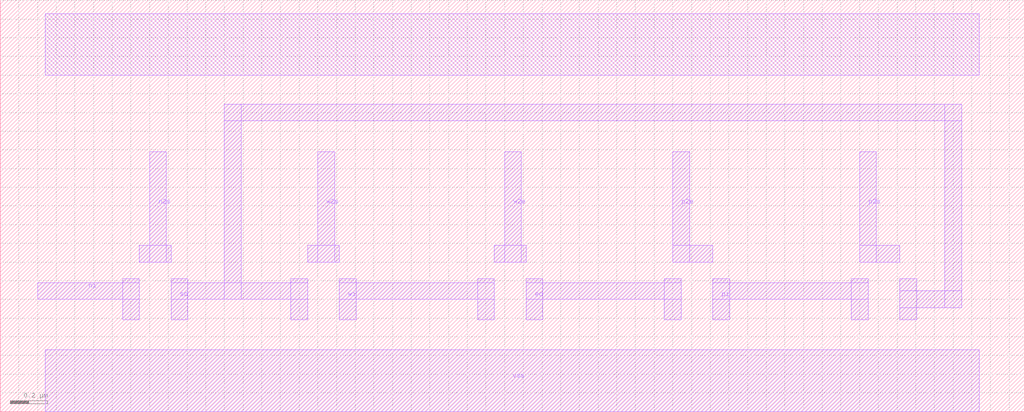
<source format=lef>
VERSION 5.7 ;
BUSBITCHARS "[]" ;
DIVIDERCHAR "/" ;

PROPERTYDEFINITIONS
  MACRO CatenaDesignType STRING ;
  MACRO oaTaper STRING ;
END PROPERTYDEFINITIONS

MACRO torus_xbar_1b
  CLASS CORE ;
  ORIGIN -0.5 -0.4 ;
  FOREIGN torus_xbar_1b 0.5 0.4 ;
  SIZE 5.48 BY 2.205 ;
  SYMMETRY X Y ;
  SITE core ;
  PIN wi
    DIRECTION INPUT ;
    USE SIGNAL ;
    PORT
      LAYER M1 ;
        RECT 3.055 0.89 3.145 1.11 ;
        RECT 2.315 1 3.145 1.09 ;
        RECT 2.315 0.89 2.405 1.11 ;
    END
  END wi
  PIN vss
    DIRECTION INPUT ;
    USE GROUND ;
    PORT
      LAYER M1 ;
        RECT 0.74 0.4 5.74 0.73 ;
    END
  END vss
  PIN w2e
    DIRECTION INPUT ;
    USE SIGNAL ;
    PORT
      LAYER M1 ;
        RECT 3.145 1.2 3.315 1.29 ;
        RECT 3.2 1.2 3.29 1.79 ;
    END
  END w2e
  PIN eo
    DIRECTION OUTPUT ;
    USE SIGNAL ;
    PORT
      LAYER M1 ;
        RECT 4.055 0.89 4.145 1.11 ;
        RECT 3.315 1 4.145 1.09 ;
        RECT 3.315 0.89 3.405 1.11 ;
    END
  END eo
  PIN pi
    DIRECTION INPUT ;
    USE SIGNAL ;
    PORT
      LAYER M1 ;
        RECT 5.055 0.89 5.145 1.11 ;
        RECT 4.315 1 5.145 1.09 ;
        RECT 4.315 0.89 4.405 1.11 ;
    END
  END pi
  PIN p2e
    DIRECTION INPUT ;
    USE SIGNAL ;
    PORT
      LAYER M1 ;
        RECT 4.1 1.2 4.315 1.29 ;
        RECT 4.1 1.2 4.19 1.79 ;
    END
  END p2e
  PIN p2s
    DIRECTION INPUT ;
    USE SIGNAL ;
    PORT
      LAYER M1 ;
        RECT 5.1 1.2 5.315 1.29 ;
        RECT 5.1 1.2 5.19 1.79 ;
    END
  END p2s
  PIN so
    DIRECTION OUTPUT ;
    USE SIGNAL ;
    PORT
      LAYER M1 ;
        RECT 1.7 1.955 5.645 2.045 ;
        RECT 5.555 0.955 5.645 2.045 ;
        RECT 5.315 0.955 5.645 1.045 ;
        RECT 5.315 0.89 5.405 1.11 ;
        RECT 2.055 0.89 2.145 1.11 ;
        RECT 1.415 1 2.145 1.09 ;
        RECT 1.7 1 1.79 2.045 ;
        RECT 1.415 0.89 1.505 1.11 ;
    END
  END so
  PIN w2s
    DIRECTION INPUT ;
    USE SIGNAL ;
    PORT
      LAYER M1 ;
        RECT 2.145 1.2 2.315 1.29 ;
        RECT 2.2 1.2 2.29 1.79 ;
    END
  END w2s
  PIN ni
    DIRECTION INPUT ;
    USE SIGNAL ;
    PORT
      LAYER M1 ;
        RECT 1.155 0.89 1.245 1.11 ;
        RECT 0.7 1 1.245 1.09 ;
    END
  END ni
  PIN n2s
    DIRECTION INPUT ;
    USE SIGNAL ;
    PORT
      LAYER M1 ;
        RECT 1.245 1.2 1.415 1.29 ;
        RECT 1.3 1.2 1.39 1.79 ;
    END
  END n2s
  OBS
    LAYER M1 ;
      RECT 0.74 2.2 5.74 2.53 ;
  END
  PROPERTY CatenaDesignType "deviceLevel" ;
  PROPERTY oaTaper "virtuosoDefaultSetup" ;
END torus_xbar_1b

END LIBRARY

</source>
